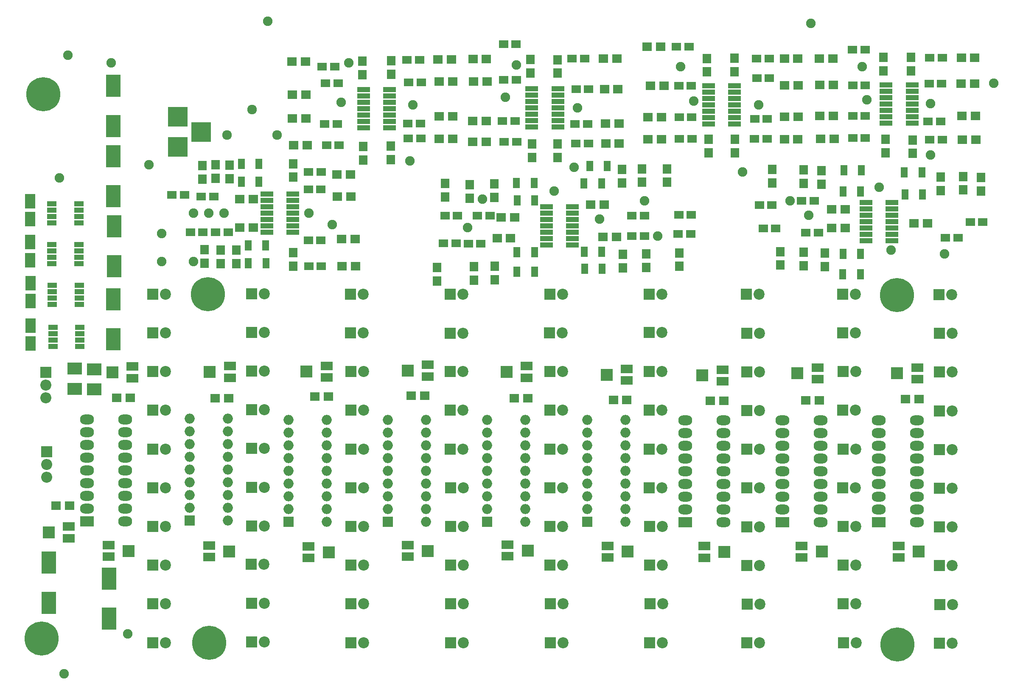
<source format=gbr>
G04 #@! TF.FileFunction,Soldermask,Bot*
%FSLAX46Y46*%
G04 Gerber Fmt 4.6, Leading zero omitted, Abs format (unit mm)*
G04 Created by KiCad (PCBNEW 4.0.7) date 06/13/18 12:32:35*
%MOMM*%
%LPD*%
G01*
G04 APERTURE LIST*
%ADD10C,0.100000*%
%ADD11R,2.600000X1.000000*%
%ADD12R,1.400000X2.150000*%
%ADD13R,1.900000X1.700000*%
%ADD14C,6.800000*%
%ADD15R,2.800000X2.000000*%
%ADD16O,2.800000X2.000000*%
%ADD17R,2.200000X2.200000*%
%ADD18O,2.200000X2.200000*%
%ADD19R,2.000000X2.000000*%
%ADD20O,2.000000X2.000000*%
%ADD21R,1.950000X1.000000*%
%ADD22R,2.400000X1.700000*%
%ADD23R,2.400000X2.400000*%
%ADD24R,1.700000X1.900000*%
%ADD25C,1.924000*%
%ADD26R,3.900000X3.900000*%
%ADD27C,2.200000*%
%ADD28R,2.900000X4.400000*%
%ADD29R,1.900000X1.650000*%
%ADD30R,2.000000X3.000000*%
%ADD31R,2.900000X2.400000*%
%ADD32C,1.900000*%
G04 APERTURE END LIST*
D10*
D11*
X189250000Y-81020000D03*
X184050000Y-81020000D03*
X189250000Y-79750000D03*
X189250000Y-82290000D03*
X189250000Y-83560000D03*
X184050000Y-79750000D03*
X184050000Y-82290000D03*
X184050000Y-83560000D03*
X189250000Y-86100000D03*
X184050000Y-86100000D03*
X189250000Y-84830000D03*
X189250000Y-87370000D03*
X184050000Y-84830000D03*
X184050000Y-87370000D03*
D12*
X283375000Y-95825000D03*
X279875000Y-95825000D03*
D13*
X303400000Y-85000000D03*
X306100000Y-85000000D03*
D14*
X290550000Y-190400000D03*
D15*
X286837000Y-166029200D03*
D16*
X294457000Y-145709200D03*
X286837000Y-163489200D03*
X294457000Y-148249200D03*
X286837000Y-160949200D03*
X294457000Y-150789200D03*
X286837000Y-158409200D03*
X294457000Y-153329200D03*
X286837000Y-155869200D03*
X294457000Y-155869200D03*
X286837000Y-153329200D03*
X294457000Y-158409200D03*
X286837000Y-150789200D03*
X294457000Y-160949200D03*
X286837000Y-148249200D03*
X294457000Y-163489200D03*
X286837000Y-145709200D03*
X294457000Y-166029200D03*
D15*
X248229000Y-165978400D03*
D16*
X255849000Y-145658400D03*
X248229000Y-163438400D03*
X255849000Y-148198400D03*
X248229000Y-160898400D03*
X255849000Y-150738400D03*
X248229000Y-158358400D03*
X255849000Y-153278400D03*
X248229000Y-155818400D03*
X255849000Y-155818400D03*
X248229000Y-153278400D03*
X255849000Y-158358400D03*
X248229000Y-150738400D03*
X255849000Y-160898400D03*
X248229000Y-148198400D03*
X255849000Y-163438400D03*
X248229000Y-145658400D03*
X255849000Y-165978400D03*
D15*
X267634600Y-165978400D03*
D16*
X275254600Y-145658400D03*
X267634600Y-163438400D03*
X275254600Y-148198400D03*
X267634600Y-160898400D03*
X275254600Y-150738400D03*
X267634600Y-158358400D03*
X275254600Y-153278400D03*
X267634600Y-155818400D03*
X275254600Y-155818400D03*
X267634600Y-153278400D03*
X275254600Y-158358400D03*
X267634600Y-150738400D03*
X275254600Y-160898400D03*
X267634600Y-148198400D03*
X275254600Y-163438400D03*
X267634600Y-145658400D03*
X275254600Y-165978400D03*
D17*
X120770000Y-151960000D03*
D18*
X120770000Y-154500000D03*
X120770000Y-157040000D03*
D19*
X228671000Y-165876800D03*
D20*
X236291000Y-145556800D03*
X228671000Y-163336800D03*
X236291000Y-148096800D03*
X228671000Y-160796800D03*
X236291000Y-150636800D03*
X228671000Y-158256800D03*
X236291000Y-153176800D03*
X228671000Y-155716800D03*
X236291000Y-155716800D03*
X228671000Y-153176800D03*
X236291000Y-158256800D03*
X228671000Y-150636800D03*
X236291000Y-160796800D03*
X228671000Y-148096800D03*
X236291000Y-163336800D03*
X228671000Y-145556800D03*
X236291000Y-165876800D03*
D19*
X169031800Y-165876800D03*
D20*
X176651800Y-145556800D03*
X169031800Y-163336800D03*
X176651800Y-148096800D03*
X169031800Y-160796800D03*
X176651800Y-150636800D03*
X169031800Y-158256800D03*
X176651800Y-153176800D03*
X169031800Y-155716800D03*
X176651800Y-155716800D03*
X169031800Y-153176800D03*
X176651800Y-158256800D03*
X169031800Y-150636800D03*
X176651800Y-160796800D03*
X169031800Y-148096800D03*
X176651800Y-163336800D03*
X169031800Y-145556800D03*
X176651800Y-165876800D03*
D19*
X208655800Y-165927600D03*
D20*
X216275800Y-145607600D03*
X208655800Y-163387600D03*
X216275800Y-148147600D03*
X208655800Y-160847600D03*
X216275800Y-150687600D03*
X208655800Y-158307600D03*
X216275800Y-153227600D03*
X208655800Y-155767600D03*
X216275800Y-155767600D03*
X208655800Y-153227600D03*
X216275800Y-158307600D03*
X208655800Y-150687600D03*
X216275800Y-160847600D03*
X208655800Y-148147600D03*
X216275800Y-163387600D03*
X208655800Y-145607600D03*
X216275800Y-165927600D03*
D19*
X149321400Y-165673600D03*
D20*
X156941400Y-145353600D03*
X149321400Y-163133600D03*
X156941400Y-147893600D03*
X149321400Y-160593600D03*
X156941400Y-150433600D03*
X149321400Y-158053600D03*
X156941400Y-152973600D03*
X149321400Y-155513600D03*
X156941400Y-155513600D03*
X149321400Y-152973600D03*
X156941400Y-158053600D03*
X149321400Y-150433600D03*
X156941400Y-160593600D03*
X149321400Y-147893600D03*
X156941400Y-163133600D03*
X149321400Y-145353600D03*
X156941400Y-165673600D03*
D19*
X188843800Y-165876800D03*
D20*
X196463800Y-145556800D03*
X188843800Y-163336800D03*
X196463800Y-148096800D03*
X188843800Y-160796800D03*
X196463800Y-150636800D03*
X188843800Y-158256800D03*
X196463800Y-153176800D03*
X188843800Y-155716800D03*
X196463800Y-155716800D03*
X188843800Y-153176800D03*
X196463800Y-158256800D03*
X188843800Y-150636800D03*
X196463800Y-160796800D03*
X188843800Y-148096800D03*
X196463800Y-163336800D03*
X188843800Y-145556800D03*
X196463800Y-165876800D03*
D15*
X128849000Y-165826000D03*
D16*
X136469000Y-145506000D03*
X128849000Y-163286000D03*
X136469000Y-148046000D03*
X128849000Y-160746000D03*
X136469000Y-150586000D03*
X128849000Y-158206000D03*
X136469000Y-153126000D03*
X128849000Y-155666000D03*
X136469000Y-155666000D03*
X128849000Y-153126000D03*
X136469000Y-158206000D03*
X128849000Y-150586000D03*
X136469000Y-160746000D03*
X128849000Y-148046000D03*
X136469000Y-163286000D03*
X128849000Y-145506000D03*
X136469000Y-165826000D03*
D11*
X284281000Y-108575000D03*
X289481000Y-108575000D03*
X284281000Y-109845000D03*
X284281000Y-107305000D03*
X284281000Y-106035000D03*
X289481000Y-109845000D03*
X289481000Y-107305000D03*
X289481000Y-106035000D03*
X284281000Y-103495000D03*
X289481000Y-103495000D03*
X284281000Y-104765000D03*
X284281000Y-102225000D03*
X289481000Y-104765000D03*
X289481000Y-102225000D03*
X220524152Y-109452988D03*
X225724152Y-109452988D03*
X220524152Y-110722988D03*
X220524152Y-108182988D03*
X220524152Y-106912988D03*
X225724152Y-110722988D03*
X225724152Y-108182988D03*
X225724152Y-106912988D03*
X220524152Y-104372988D03*
X225724152Y-104372988D03*
X220524152Y-105642988D03*
X220524152Y-103102988D03*
X225724152Y-105642988D03*
X225724152Y-103102988D03*
X169936000Y-101785000D03*
X164736000Y-101785000D03*
X169936000Y-100515000D03*
X169936000Y-103055000D03*
X169936000Y-104325000D03*
X164736000Y-100515000D03*
X164736000Y-103055000D03*
X164736000Y-104325000D03*
X169936000Y-106865000D03*
X164736000Y-106865000D03*
X169936000Y-105595000D03*
X169936000Y-108135000D03*
X164736000Y-105595000D03*
X164736000Y-108135000D03*
X293500000Y-80080000D03*
X288300000Y-80080000D03*
X293500000Y-78810000D03*
X293500000Y-81350000D03*
X293500000Y-82620000D03*
X288300000Y-78810000D03*
X288300000Y-81350000D03*
X288300000Y-82620000D03*
X293500000Y-85160000D03*
X288300000Y-85160000D03*
X293500000Y-83890000D03*
X293500000Y-86430000D03*
X288300000Y-83890000D03*
X288300000Y-86430000D03*
X258070859Y-80183030D03*
X252870859Y-80183030D03*
X258070859Y-78913030D03*
X258070859Y-81453030D03*
X258070859Y-82723030D03*
X252870859Y-78913030D03*
X252870859Y-81453030D03*
X252870859Y-82723030D03*
X258070859Y-85263030D03*
X252870859Y-85263030D03*
X258070859Y-83993030D03*
X258070859Y-86533030D03*
X252870859Y-83993030D03*
X252870859Y-86533030D03*
X222811000Y-80805000D03*
X217611000Y-80805000D03*
X222811000Y-79535000D03*
X222811000Y-82075000D03*
X222811000Y-83345000D03*
X217611000Y-79535000D03*
X217611000Y-82075000D03*
X217611000Y-83345000D03*
X222811000Y-85885000D03*
X217611000Y-85885000D03*
X222811000Y-84615000D03*
X222811000Y-87155000D03*
X217611000Y-84615000D03*
X217611000Y-87155000D03*
D21*
X121838600Y-106339200D03*
X121838600Y-105069200D03*
X121838600Y-103799200D03*
X121838600Y-102529200D03*
X127238600Y-102529200D03*
X127238600Y-103799200D03*
X127238600Y-105069200D03*
X127238600Y-106339200D03*
X121831000Y-114441800D03*
X121831000Y-113171800D03*
X121831000Y-111901800D03*
X121831000Y-110631800D03*
X127231000Y-110631800D03*
X127231000Y-111901800D03*
X127231000Y-113171800D03*
X127231000Y-114441800D03*
X121881800Y-122569800D03*
X121881800Y-121299800D03*
X121881800Y-120029800D03*
X121881800Y-118759800D03*
X127281800Y-118759800D03*
X127281800Y-120029800D03*
X127281800Y-121299800D03*
X127281800Y-122569800D03*
X122034200Y-130951800D03*
X122034200Y-129681800D03*
X122034200Y-128411800D03*
X122034200Y-127141800D03*
X127434200Y-127141800D03*
X127434200Y-128411800D03*
X127434200Y-129681800D03*
X127434200Y-130951800D03*
D17*
X120670200Y-136108000D03*
D18*
X120670200Y-138648000D03*
X120670200Y-141188000D03*
D22*
X290800000Y-170700000D03*
D23*
X294800000Y-171850000D03*
D22*
X290800000Y-173000000D03*
X252020200Y-170772000D03*
D23*
X256020200Y-171922000D03*
D22*
X252020200Y-173072000D03*
X271450000Y-170700000D03*
D23*
X275450000Y-171850000D03*
D22*
X271450000Y-173000000D03*
X212783800Y-170485600D03*
D23*
X216783800Y-171635600D03*
D22*
X212783800Y-172785600D03*
X294500000Y-137450000D03*
D23*
X290500000Y-136300000D03*
D22*
X294500000Y-135150000D03*
X255645800Y-137886000D03*
D23*
X251645800Y-136736000D03*
D22*
X255645800Y-135586000D03*
X274600000Y-137450000D03*
D23*
X270600000Y-136300000D03*
D22*
X274600000Y-135150000D03*
X125220000Y-169180000D03*
D23*
X121220000Y-168030000D03*
D22*
X125220000Y-166880000D03*
X236545000Y-137733600D03*
D23*
X232545000Y-136583600D03*
D22*
X236545000Y-135433600D03*
X176651800Y-137124000D03*
D23*
X172651800Y-135974000D03*
D22*
X176651800Y-134824000D03*
X173077000Y-170822800D03*
D23*
X177077000Y-171972800D03*
D22*
X173077000Y-173122800D03*
X232716200Y-170721200D03*
D23*
X236716200Y-171871200D03*
D22*
X232716200Y-173021200D03*
X216580600Y-137174800D03*
D23*
X212580600Y-136024800D03*
D22*
X216580600Y-134874800D03*
X157347800Y-137174800D03*
D23*
X153347800Y-136024800D03*
D22*
X157347800Y-134874800D03*
X153195400Y-170670400D03*
D23*
X157195400Y-171820400D03*
D22*
X153195400Y-172970400D03*
X196819400Y-136920800D03*
D23*
X192819400Y-135770800D03*
D22*
X196819400Y-134620800D03*
X137910200Y-137258000D03*
D23*
X133910200Y-136108000D03*
D22*
X137910200Y-134958000D03*
X133148200Y-170568800D03*
D23*
X137148200Y-171718800D03*
D22*
X133148200Y-172868800D03*
X192870200Y-170587200D03*
D23*
X196870200Y-171737200D03*
D22*
X192870200Y-172887200D03*
D13*
X294900000Y-141400000D03*
X292200000Y-141400000D03*
X255929000Y-141746800D03*
X253229000Y-141746800D03*
X274950000Y-141700000D03*
X272250000Y-141700000D03*
X122660000Y-162710000D03*
X125360000Y-162710000D03*
X236574200Y-141594400D03*
X233874200Y-141594400D03*
X177036600Y-140934000D03*
X174336600Y-140934000D03*
X216813000Y-141289600D03*
X214113000Y-141289600D03*
X157123000Y-141238800D03*
X154423000Y-141238800D03*
X196217400Y-140781600D03*
X193517400Y-140781600D03*
X137463400Y-141188000D03*
X134763400Y-141188000D03*
D24*
X307220000Y-99970000D03*
X307220000Y-97270000D03*
X265610000Y-98360000D03*
X265610000Y-95660000D03*
X303640000Y-99740000D03*
X303640000Y-97040000D03*
X271875000Y-98400000D03*
X271875000Y-95700000D03*
X299200000Y-97200000D03*
X299200000Y-99900000D03*
X275400000Y-95900000D03*
X275400000Y-98600000D03*
D13*
X293880000Y-106370000D03*
X296580000Y-106370000D03*
X280150000Y-103575000D03*
X277450000Y-103575000D03*
D24*
X267150000Y-112025000D03*
X267150000Y-114725000D03*
X247025000Y-112275000D03*
X247025000Y-114975000D03*
X244620000Y-98210000D03*
X244620000Y-95510000D03*
X271825000Y-112150000D03*
X271825000Y-114850000D03*
X240425000Y-112500000D03*
X240425000Y-115200000D03*
X239580000Y-98210000D03*
X239580000Y-95510000D03*
X276075000Y-115000000D03*
X276075000Y-112300000D03*
X235800000Y-115275000D03*
X235800000Y-112575000D03*
X235630000Y-95610000D03*
X235630000Y-98310000D03*
D13*
X280150000Y-107350000D03*
X277450000Y-107350000D03*
X231810000Y-109070000D03*
X234510000Y-109070000D03*
X229370000Y-102620000D03*
X232070000Y-102620000D03*
D24*
X200325000Y-101150000D03*
X200325000Y-98450000D03*
X198725000Y-115175000D03*
X198725000Y-117875000D03*
X151850000Y-97550000D03*
X151850000Y-94850000D03*
X152300000Y-111650000D03*
X152300000Y-114350000D03*
X205175000Y-101375000D03*
X205175000Y-98675000D03*
X206050000Y-115000000D03*
X206050000Y-117700000D03*
X154500000Y-97400000D03*
X154500000Y-94700000D03*
X155550000Y-111700000D03*
X155550000Y-114400000D03*
X210150000Y-98525000D03*
X210150000Y-101225000D03*
X210200000Y-117650000D03*
X210200000Y-114950000D03*
X157250000Y-94800000D03*
X157250000Y-97500000D03*
X158650000Y-114400000D03*
X158650000Y-111700000D03*
D13*
X214220000Y-105210000D03*
X211520000Y-105210000D03*
X213380000Y-109370000D03*
X210680000Y-109370000D03*
X162000000Y-101600000D03*
X159300000Y-101600000D03*
X162050000Y-107250000D03*
X159350000Y-107250000D03*
D24*
X169950000Y-112250000D03*
X169950000Y-114950000D03*
D13*
X182400000Y-114950000D03*
X179700000Y-114950000D03*
X179650000Y-109550000D03*
X182350000Y-109550000D03*
D24*
X169950000Y-94500000D03*
X169950000Y-97200000D03*
D13*
X181450000Y-96650000D03*
X178750000Y-96650000D03*
X178800000Y-101050000D03*
X181500000Y-101050000D03*
D24*
X287750000Y-73250000D03*
X287750000Y-75950000D03*
D13*
X274950000Y-73550000D03*
X277650000Y-73550000D03*
X277750000Y-78750000D03*
X275050000Y-78750000D03*
D24*
X288150000Y-92350000D03*
X288150000Y-89650000D03*
D13*
X275100000Y-84950000D03*
X277800000Y-84950000D03*
X277900000Y-89550000D03*
X275200000Y-89550000D03*
D24*
X293600000Y-89750000D03*
X293600000Y-92450000D03*
D13*
X306250000Y-89700000D03*
X303550000Y-89700000D03*
D24*
X293300000Y-75950000D03*
X293300000Y-73250000D03*
D13*
X306000000Y-73400000D03*
X303300000Y-73400000D03*
X303250000Y-78550000D03*
X305950000Y-78550000D03*
D24*
X252550000Y-73500000D03*
X252550000Y-76200000D03*
D13*
X241250000Y-78950000D03*
X243950000Y-78950000D03*
X243340000Y-71170000D03*
X240640000Y-71170000D03*
D24*
X252900000Y-92300000D03*
X252900000Y-89600000D03*
D13*
X240750000Y-89600000D03*
X243450000Y-89600000D03*
X243450000Y-85200000D03*
X240750000Y-85200000D03*
D24*
X258150000Y-92300000D03*
X258150000Y-89600000D03*
D13*
X270750000Y-85100000D03*
X268050000Y-85100000D03*
X268000000Y-89600000D03*
X270700000Y-89600000D03*
D24*
X258050000Y-73450000D03*
X258050000Y-76150000D03*
D13*
X270700000Y-73550000D03*
X268000000Y-73550000D03*
X268050000Y-78900000D03*
X270750000Y-78900000D03*
D24*
X217350000Y-73700000D03*
X217350000Y-76400000D03*
D13*
X205850000Y-73600000D03*
X208550000Y-73600000D03*
X205950000Y-78150000D03*
X208650000Y-78150000D03*
D24*
X217650000Y-93250000D03*
X217650000Y-90550000D03*
D13*
X205800000Y-85950000D03*
X208500000Y-85950000D03*
X208500000Y-90150000D03*
X205800000Y-90150000D03*
D24*
X222700000Y-93250000D03*
X222700000Y-90550000D03*
D13*
X235050000Y-90500000D03*
X232350000Y-90500000D03*
X232300000Y-86450000D03*
X235000000Y-86450000D03*
D24*
X222700000Y-73750000D03*
X222700000Y-76450000D03*
D13*
X234800000Y-79650000D03*
X232100000Y-79650000D03*
X231900000Y-73550000D03*
X234600000Y-73550000D03*
D24*
X183800000Y-74050000D03*
X183800000Y-76750000D03*
D13*
X169750000Y-74100000D03*
X172450000Y-74100000D03*
X172550000Y-80750000D03*
X169850000Y-80750000D03*
D24*
X183950000Y-93800000D03*
X183950000Y-91100000D03*
D13*
X169850000Y-85450000D03*
X172550000Y-85450000D03*
X172800000Y-90800000D03*
X170100000Y-90800000D03*
D24*
X189450000Y-91000000D03*
X189450000Y-93700000D03*
D13*
X199100000Y-89500000D03*
X201800000Y-89500000D03*
X199150000Y-85050000D03*
X201850000Y-85050000D03*
D24*
X189550000Y-76650000D03*
X189550000Y-73950000D03*
D13*
X198900000Y-73700000D03*
X201600000Y-73700000D03*
X199100000Y-78100000D03*
X201800000Y-78100000D03*
D25*
X161811000Y-83735000D03*
X156811000Y-88735000D03*
X166811000Y-88735000D03*
D26*
X146961000Y-91160000D03*
X146961000Y-85160000D03*
X151661000Y-88160000D03*
D17*
X298825800Y-120614000D03*
D27*
X301365800Y-120614000D03*
D17*
X298927400Y-128335600D03*
D27*
X301467400Y-128335600D03*
D17*
X298927400Y-136057200D03*
D27*
X301467400Y-136057200D03*
D17*
X298927400Y-143778800D03*
D27*
X301467400Y-143778800D03*
D17*
X298978200Y-151500400D03*
D27*
X301518200Y-151500400D03*
D17*
X298978200Y-159222000D03*
D27*
X301518200Y-159222000D03*
D17*
X298978200Y-166943600D03*
D27*
X301518200Y-166943600D03*
D17*
X298978200Y-174665200D03*
D27*
X301518200Y-174665200D03*
D17*
X299029000Y-182386800D03*
D27*
X301569000Y-182386800D03*
D17*
X298978200Y-190108400D03*
D27*
X301518200Y-190108400D03*
D17*
X260421000Y-120563200D03*
D27*
X262961000Y-120563200D03*
D17*
X260471800Y-128284800D03*
D27*
X263011800Y-128284800D03*
D17*
X260471800Y-136006400D03*
D27*
X263011800Y-136006400D03*
D17*
X260471800Y-143728000D03*
D27*
X263011800Y-143728000D03*
D17*
X260522600Y-151449600D03*
D27*
X263062600Y-151449600D03*
D17*
X260522600Y-159171200D03*
D27*
X263062600Y-159171200D03*
D17*
X260522600Y-166892800D03*
D27*
X263062600Y-166892800D03*
D17*
X260522600Y-174614400D03*
D27*
X263062600Y-174614400D03*
D17*
X260573400Y-182336000D03*
D27*
X263113400Y-182336000D03*
D17*
X260522600Y-190006800D03*
D27*
X263062600Y-190006800D03*
D17*
X279623400Y-120563200D03*
D27*
X282163400Y-120563200D03*
D17*
X279674200Y-128234000D03*
D27*
X282214200Y-128234000D03*
D17*
X279725000Y-135955600D03*
D27*
X282265000Y-135955600D03*
D17*
X279623400Y-143677200D03*
D27*
X282163400Y-143677200D03*
D17*
X279725000Y-151398800D03*
D27*
X282265000Y-151398800D03*
D17*
X279674200Y-159120400D03*
D27*
X282214200Y-159120400D03*
D17*
X279725000Y-166842000D03*
D27*
X282265000Y-166842000D03*
D17*
X279725000Y-174563600D03*
D27*
X282265000Y-174563600D03*
D17*
X279725000Y-182285200D03*
D27*
X282265000Y-182285200D03*
D17*
X279775800Y-190006800D03*
D27*
X282315800Y-190006800D03*
D17*
X241015400Y-120512400D03*
D27*
X243555400Y-120512400D03*
D17*
X181427000Y-120512400D03*
D27*
X183967000Y-120512400D03*
D17*
X241015400Y-128183200D03*
D27*
X243555400Y-128183200D03*
D17*
X181427000Y-128234000D03*
D27*
X183967000Y-128234000D03*
D17*
X241015400Y-135955600D03*
D27*
X243555400Y-135955600D03*
D17*
X181477800Y-135955600D03*
D27*
X184017800Y-135955600D03*
D17*
X241066200Y-143677200D03*
D27*
X243606200Y-143677200D03*
D17*
X181528600Y-143677200D03*
D27*
X184068600Y-143677200D03*
D17*
X241066200Y-151398800D03*
D27*
X243606200Y-151398800D03*
D17*
X181477800Y-151398800D03*
D27*
X184017800Y-151398800D03*
D17*
X241066200Y-159120400D03*
D27*
X243606200Y-159120400D03*
D17*
X181528600Y-159120400D03*
D27*
X184068600Y-159120400D03*
D17*
X241117000Y-166842000D03*
D27*
X243657000Y-166842000D03*
D17*
X181477800Y-166842000D03*
D27*
X184017800Y-166842000D03*
D17*
X241117000Y-174563600D03*
D27*
X243657000Y-174563600D03*
D17*
X181528600Y-174563600D03*
D27*
X184068600Y-174563600D03*
D17*
X241167800Y-182285200D03*
D27*
X243707800Y-182285200D03*
D17*
X181528600Y-182285200D03*
D27*
X184068600Y-182285200D03*
D17*
X241117000Y-190006800D03*
D27*
X243657000Y-190006800D03*
D17*
X181528600Y-190006800D03*
D27*
X184068600Y-190006800D03*
D17*
X221203400Y-120512400D03*
D27*
X223743400Y-120512400D03*
D17*
X161665800Y-120410800D03*
D27*
X164205800Y-120410800D03*
D17*
X221152600Y-128234000D03*
D27*
X223692600Y-128234000D03*
D17*
X161665800Y-128132400D03*
D27*
X164205800Y-128132400D03*
D17*
X221203400Y-135955600D03*
D27*
X223743400Y-135955600D03*
D17*
X161665800Y-135854000D03*
D27*
X164205800Y-135854000D03*
D17*
X221203400Y-143677200D03*
D27*
X223743400Y-143677200D03*
D17*
X161665800Y-143575600D03*
D27*
X164205800Y-143575600D03*
D17*
X221254200Y-151398800D03*
D27*
X223794200Y-151398800D03*
D17*
X161665800Y-151297200D03*
D27*
X164205800Y-151297200D03*
D17*
X221254200Y-159120400D03*
D27*
X223794200Y-159120400D03*
D17*
X161665800Y-159018800D03*
D27*
X164205800Y-159018800D03*
D17*
X221254200Y-166842000D03*
D27*
X223794200Y-166842000D03*
D17*
X161665800Y-166740400D03*
D27*
X164205800Y-166740400D03*
D17*
X221254200Y-174563600D03*
D27*
X223794200Y-174563600D03*
D17*
X161615000Y-174411200D03*
D27*
X164155000Y-174411200D03*
D17*
X221305000Y-182285200D03*
D27*
X223845000Y-182285200D03*
D17*
X161665800Y-182132800D03*
D27*
X164205800Y-182132800D03*
D17*
X221305000Y-190006800D03*
D27*
X223845000Y-190006800D03*
D17*
X161716600Y-189854400D03*
D27*
X164256600Y-189854400D03*
D17*
X201340600Y-120512400D03*
D27*
X203880600Y-120512400D03*
D17*
X142006200Y-120563200D03*
D27*
X144546200Y-120563200D03*
D17*
X201289800Y-128284800D03*
D27*
X203829800Y-128284800D03*
D17*
X141955400Y-128234000D03*
D27*
X144495400Y-128234000D03*
D17*
X201340600Y-135955600D03*
D27*
X203880600Y-135955600D03*
D17*
X142006200Y-135955600D03*
D27*
X144546200Y-135955600D03*
D17*
X201340600Y-143677200D03*
D27*
X203880600Y-143677200D03*
D17*
X142006200Y-143677200D03*
D27*
X144546200Y-143677200D03*
D17*
X201340600Y-151398800D03*
D27*
X203880600Y-151398800D03*
D17*
X142006200Y-151398800D03*
D27*
X144546200Y-151398800D03*
D17*
X201391400Y-159120400D03*
D27*
X203931400Y-159120400D03*
D17*
X142006200Y-159120400D03*
D27*
X144546200Y-159120400D03*
D17*
X201391400Y-166842000D03*
D27*
X203931400Y-166842000D03*
D17*
X141955400Y-166842000D03*
D27*
X144495400Y-166842000D03*
D17*
X201391400Y-174563600D03*
D27*
X203931400Y-174563600D03*
D17*
X141955400Y-174563600D03*
D27*
X144495400Y-174563600D03*
D17*
X201442200Y-182285200D03*
D27*
X203982200Y-182285200D03*
D17*
X142006200Y-182285200D03*
D27*
X144546200Y-182285200D03*
D17*
X201442200Y-190006800D03*
D27*
X203982200Y-190006800D03*
D17*
X142006200Y-190006800D03*
D27*
X144546200Y-190006800D03*
D12*
X291950000Y-96225000D03*
X295450000Y-96225000D03*
X295550000Y-100660000D03*
X292050000Y-100660000D03*
X279725000Y-100050000D03*
X283225000Y-100050000D03*
X283175000Y-116525000D03*
X279675000Y-116525000D03*
X228149152Y-115427988D03*
X231649152Y-115427988D03*
X229136000Y-94996000D03*
X232636000Y-94996000D03*
X279725000Y-112500000D03*
X283225000Y-112500000D03*
X231574152Y-112052988D03*
X228074152Y-112052988D03*
X231520000Y-98400000D03*
X228020000Y-98400000D03*
X218050000Y-98325000D03*
X214550000Y-98325000D03*
X218125000Y-116075000D03*
X214625000Y-116075000D03*
X214699152Y-101777988D03*
X218199152Y-101777988D03*
X164550000Y-114350000D03*
X161050000Y-114350000D03*
X214650000Y-112175000D03*
X218150000Y-112175000D03*
X163150000Y-94500000D03*
X159650000Y-94500000D03*
X159650000Y-98050000D03*
X163150000Y-98050000D03*
X161000000Y-110750000D03*
X164500000Y-110750000D03*
D28*
X133268600Y-185250000D03*
X133268600Y-177250000D03*
X121190000Y-174040000D03*
X121190000Y-182040000D03*
D29*
X305110000Y-106150000D03*
X307610000Y-106150000D03*
X263030000Y-102760000D03*
X265530000Y-102760000D03*
X302640000Y-109260000D03*
X300140000Y-109260000D03*
X273940000Y-101880000D03*
X271440000Y-101880000D03*
X263800000Y-107430000D03*
X266300000Y-107430000D03*
X249290000Y-108500000D03*
X246790000Y-108500000D03*
X249450000Y-104680000D03*
X246950000Y-104680000D03*
X274810000Y-108260000D03*
X272310000Y-108260000D03*
X237575000Y-108950000D03*
X240075000Y-108950000D03*
X237575000Y-104850000D03*
X240075000Y-104850000D03*
X200300000Y-104850000D03*
X202800000Y-104850000D03*
X199975000Y-110400000D03*
X202475000Y-110400000D03*
X148316000Y-100750000D03*
X145816000Y-100750000D03*
X149500000Y-108200000D03*
X152000000Y-108200000D03*
X209260000Y-104890000D03*
X206760000Y-104890000D03*
X207450000Y-110460000D03*
X204950000Y-110460000D03*
X154158000Y-101092000D03*
X151658000Y-101092000D03*
X157000000Y-108200000D03*
X154500000Y-108200000D03*
X173000000Y-109750000D03*
X175500000Y-109750000D03*
X173100000Y-114950000D03*
X175600000Y-114950000D03*
X173050000Y-96125000D03*
X175550000Y-96125000D03*
X173000000Y-99600000D03*
X175500000Y-99600000D03*
X284150000Y-78900000D03*
X281650000Y-78900000D03*
X284110000Y-71790000D03*
X281610000Y-71790000D03*
X284150000Y-89350000D03*
X281650000Y-89350000D03*
X284150000Y-84950000D03*
X281650000Y-84950000D03*
X297000000Y-89700000D03*
X299500000Y-89700000D03*
X296672000Y-86106000D03*
X299172000Y-86106000D03*
X296900000Y-78550000D03*
X299400000Y-78550000D03*
X297000000Y-73400000D03*
X299500000Y-73400000D03*
X249450000Y-78950000D03*
X246950000Y-78950000D03*
X248960000Y-71130000D03*
X246460000Y-71130000D03*
X249550000Y-89550000D03*
X247050000Y-89550000D03*
X249500000Y-85200000D03*
X247000000Y-85200000D03*
X262050000Y-89500000D03*
X264550000Y-89500000D03*
X262100000Y-85598000D03*
X264600000Y-85598000D03*
X262500000Y-77470000D03*
X265000000Y-77470000D03*
X262450000Y-73550000D03*
X264950000Y-73550000D03*
X214500000Y-77800000D03*
X212000000Y-77800000D03*
X214480000Y-70690000D03*
X211980000Y-70690000D03*
X214600000Y-90150000D03*
X212100000Y-90150000D03*
X214250000Y-85950000D03*
X211750000Y-85950000D03*
X226400000Y-90500000D03*
X228900000Y-90500000D03*
X226250000Y-86600000D03*
X228750000Y-86600000D03*
X225650000Y-73550000D03*
X228150000Y-73550000D03*
X226450000Y-79650000D03*
X228950000Y-79650000D03*
X178288000Y-75184000D03*
X175788000Y-75184000D03*
X178950000Y-78486000D03*
X176450000Y-78486000D03*
X178796000Y-86614000D03*
X176296000Y-86614000D03*
X179150000Y-90850000D03*
X176650000Y-90850000D03*
D28*
X134132200Y-121504000D03*
X134132200Y-129504000D03*
X134081400Y-86984400D03*
X134081400Y-78984400D03*
X134233800Y-106975200D03*
X134233800Y-114975200D03*
X134132200Y-101005200D03*
X134132200Y-93005200D03*
D30*
X117520600Y-105577200D03*
X117520600Y-101977200D03*
X117520600Y-113749200D03*
X117520600Y-110149200D03*
X117571400Y-121884000D03*
X117571400Y-118284000D03*
X117571400Y-130367600D03*
X117571400Y-126767600D03*
D31*
X126410600Y-135378000D03*
X126410600Y-139378000D03*
X130322200Y-139511600D03*
X130322200Y-135511600D03*
D29*
X192890000Y-86520000D03*
X195390000Y-86520000D03*
X192950000Y-89450000D03*
X195450000Y-89450000D03*
X192700000Y-73750000D03*
X195200000Y-73750000D03*
X193050000Y-78300000D03*
X195550000Y-78300000D03*
D14*
X119748000Y-189230000D03*
X120112944Y-80682944D03*
X290450000Y-120700000D03*
X153252944Y-190002944D03*
X152952944Y-120552944D03*
D32*
X136950000Y-188300000D03*
X124300000Y-196200000D03*
X309810000Y-78486000D03*
X273304000Y-66548000D03*
X164870000Y-66064000D03*
X262850000Y-82730000D03*
X173150000Y-104370000D03*
X123310000Y-97300000D03*
X297180000Y-82550000D03*
X286920000Y-99210000D03*
X179578000Y-82296000D03*
X212344000Y-81280000D03*
X284480000Y-81788000D03*
X143764000Y-108458000D03*
X141224000Y-94742000D03*
X289306000Y-111760000D03*
X231120000Y-105520000D03*
X133660000Y-74380000D03*
X299974000Y-112522000D03*
X177800000Y-106680000D03*
X156210000Y-104394000D03*
X249936000Y-82042000D03*
X153162000Y-104394000D03*
X193294000Y-93980000D03*
X150114000Y-104394000D03*
X181102000Y-74422000D03*
X226060000Y-95250000D03*
X207772000Y-101600000D03*
X214520000Y-74770000D03*
X204820000Y-107270000D03*
X259690000Y-96160000D03*
X240130000Y-101930000D03*
X242700000Y-108940000D03*
X247320000Y-75120000D03*
X272870000Y-104800000D03*
X297120000Y-92740000D03*
X283570000Y-75170000D03*
X269110000Y-101940000D03*
X222070000Y-99920000D03*
X193910000Y-82760000D03*
X226710000Y-83340000D03*
X143764000Y-114046000D03*
X125060000Y-72870000D03*
X150114000Y-114046000D03*
M02*

</source>
